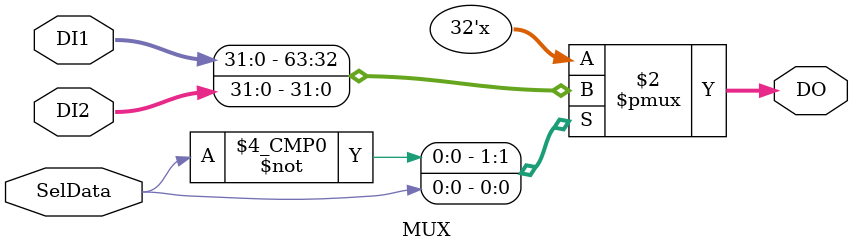
<source format=v>
`timescale 1ns / 1ps
module MUX(
    input [31:0] DI1,
    input [31:0] DI2,
    input SelData,
    output reg [31:0] DO
    );

always @* begin
	case(SelData)
		0: DO <= DI1;
		1: DO <= DI2;
	endcase
end

endmodule

</source>
